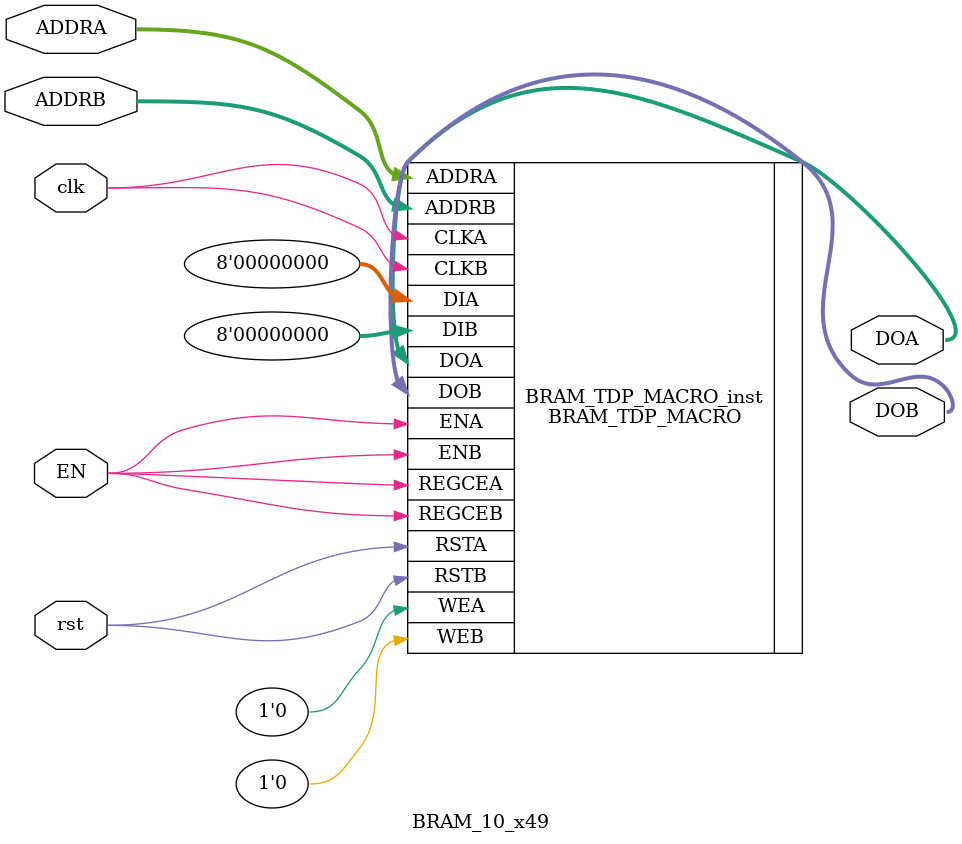
<source format=v>

module BRAM_10_x49(
    input [9:0] ADDRA,
    input [9:0] ADDRB,
    input clk,
    input rst, input EN,
    output [7:0] DOA,
    output [7:0] DOB
    );



// Spartan-6
// Xilinx HDL Libraries Guide, version 14.7
//////////////////////////////////////////////////////////////////////////
// DATA_WIDTH_A/B | BRAM_SIZE | RAM Depth | ADDRA/B Width | WEA/B Width //
// ===============|===========|===========|===============|=============//
// 19-36 | "18Kb" | 512 | 9-bit | 4-bit //
// 10-18 | "18Kb" | 1024 | 10-bit | 2-bit //
// 10-18 | "9Kb" | 512 | 9-bit | 2-bit //
// 5-9 | "18Kb" | 2048 | 11-bit | 1-bit //
// 5-9 | "9Kb" | 1024 | 10-bit | 1-bit //
// 3-4 | "18Kb" | 4096 | 12-bit | 1-bit //
// 3-4 | "9Kb" | 2048 | 11-bit | 1-bit //
// 2 | "18Kb" | 8192 | 13-bit | 1-bit //
// 2 | "9Kb" | 4096 | 12-bit | 1-bit //
// 1 | "18Kb" | 16384 | 14-bit | 1-bit //
// 1 | "9Kb" | 8192 | 12-bit | 1-bit //
//////////////////////////////////////////////////////////////////////////
BRAM_TDP_MACRO #(
	.BRAM_SIZE("9Kb"), // Target BRAM: "9Kb" or "18Kb"
	.DEVICE("SPARTAN6"), // Target device: "VIRTEX5", "VIRTEX6", "SPARTAN6"
	.DOA_REG(1), // Optional port A output register (0 or 1)
	.DOB_REG(1), // Optional port B output register (0 or 1)
	.INIT_A(36'h0123), // Initial values on port A output port
	.INIT_B(36'h3210), // Initial values on port B output port
	.INIT_FILE ("NONE"),
	.READ_WIDTH_A (8), // Valid values are 1-36
	.READ_WIDTH_B (8), // Valid values are 1-36
	.SIM_COLLISION_CHECK ("NONE"), // Collision check enable "ALL", "WARNING_ONLY",
	// "GENERATE_X_ONLY" or "NONE"
	.SRVAL_A(36'h00000000), // Set/Reset value for port A output
	.SRVAL_B(36'h00000000), // Set/Reset value for port B output
	.WRITE_MODE_A("WRITE_FIRST"), // "WRITE_FIRST", "READ_FIRST", or "NO_CHANGE"
	.WRITE_MODE_B("WRITE_FIRST"), // "WRITE_FIRST", "READ_FIRST", or "NO_CHANGE"
	.WRITE_WIDTH_A(8), // Valid values are 1-36
	.WRITE_WIDTH_B(8), // Valid values are 1-36
	
.INIT_00(256'hFB2D2700628D000040A01100EF00000028003600000000001E00000000000000),
.INIT_01(256'hF2C118DA757F17F29396F4000A00E500361E1E28000000002836000000000000),
.INIT_02(256'hC7291F00DA0D380059248C0072009D00890493002580A5009A84000000000000),
.INIT_03(256'hCEC520DACDFF2FF28A12690097007800971ABB282580A500ACB2000000000000),
.INIT_04(256'hD189A900C62900006A049F004BA40000A600B8000000000090008E0000000000),
.INIT_05(256'hF102D8DAF8BC59F29055340087C3AB009179DE2829674E008F51C00029674E00),
.INIT_06(256'h1E7E62F3469100388073F1F3EE9CA538CCCFD6CB2580A500DF4F45CB00000000),
.INIT_07(256'h3EF51329780459CA7A225AF322FB0E38FBB6B0E30CE7EB00C01E0BCB29674E00),
.INIT_08(256'h14C2C8EF8D62EFEFAF4FFEEF00EFEFEFC7EFD9EFEFEFEFEFF1EFEFEFEFEFEFEF),
.INIT_09(256'h1D2EF7359A90F81D7C791BEFE5EF0AEFD9F1F1C7EFEFEFEFC7D9EFEFEFEFEFEF),
.INIT_0A(256'h28C6F0EF35E2D7EFB6CB63EF9DEF72EF66EB7CEFCA6F4AEF756BEFEFEFEFEFEF),
.INIT_0B(256'h212ACF352210C01D65FD86EF78EF97EF78F554C7CA6F4AEF435DEFEFEFEFEFEF),
.INIT_0C(256'h3E6646EF29C6EFEF85EB70EFA44BEFEF49EF57EFEFEFEFEF7FEF61EFEFEFEFEF),
.INIT_0D(256'h1EED37351753B61D7FBADBEF682C44EF7E9631C7C688A1EF60BE2FEFC688A1EF),
.INIT_0E(256'hF1918D1CA97EEFD76F9C1E1C01734AD723203924CA6F4AEF30A0AA24EFEFEFEF),
.INIT_0F(256'hD11AFCC697EBB62595CDB51CCD14E1D714595F0CE30804EF2FF1E424C688A1EF),
.INIT_10(256'h74246000D87A0000EB5E8500A20000007700E500000000009200000000000000),
.INIT_11(256'hFB06A16C7F70A70A081028000F00AD005F28836600000000DC4E000000000000),
.INIT_12(256'h9F00AF0097FACF0003FAC900EE004C00D02466000380830036A4000000000000),
.INIT_13(256'h10226E6C30F0680AE0B464004300E100F80C00660380830078EA000000000000),
.INIT_14(256'h78E2AA001EBC0000E7984F0064C60000BD002F00000000005800CA0000000000),
.INIT_15(256'h0B70276C4506EB0AF866AE003576E10069980566FCB04C00EAFE8600FCB04C00),
.INIT_16(256'h6B3E9DF8E88576B9F7C4FBF8917FF5B95B65ED4103808300BDE58B4100000000),
.INIT_17(256'h18AC1094B33F9DB3E83A1AF8C0CF14B98FFDC727FF30CF000F1BC741FCB04C00),
.INIT_18(256'h9BCB8FEF3795EFEF04B16AEF4DEFEFEF98EF0AEFEFEFEFEF7DEFEFEFEFEFEFEF),
.INIT_19(256'h14E94E83909F48E5E7FFC7EFE0EF42EFB0C76C89EFEFEFEF33A1EFEFEFEFEFEF),
.INIT_1A(256'h70EF40EF781520EFEC1526EF01EFA3EF3FCB89EFEC6F6CEFD94BEFEFEFEFEFEF),
.INIT_1B(256'hFFCD8183DF1F87E50F5B8BEFACEF0EEF17E3EF89EC6F6CEF9705EFEFEFEFEFEF),
.INIT_1C(256'h970D45EFF153EFEF0877A0EF8B29EFEF52EFC0EFEFEFEFEFB7EF25EFEFEFEFEF),
.INIT_1D(256'hE49FC883AAE904E5178941EFDA990EEF8677EA89135FA3EF051169EF135FA3EF),
.INIT_1E(256'h84D17217076A9956182B14177E901A56B48A02AEEC6F6CEF520A64AEEFEFEFEF),
.INIT_1F(256'hF743FF7B5CD0725C07D5F5172F20FB56601228C810DF20EFE0F428AE135FA3EF),

	
	//===============================================================================
	
	.INIT_20(256'h0000000000000000000000000000000000000000000000000000000000000000),
	.INIT_21(256'h0000000000000000000000000000000000000000000000000000000000000000),
	.INIT_22(256'h0000000000000000000000000000000000000000000000000000000000000000),
	.INIT_23(256'h0000000000000000000000000000000000000000000000000000000000000000),
	.INIT_24(256'h0000000000000000000000000000000000000000000000000000000000000000),
	.INIT_25(256'h0000000000000000000000000000000000000000000000000000000000000000),
	.INIT_26(256'h0000000000000000000000000000000000000000000000000000000000000000),
	.INIT_27(256'h0000000000000000000000000000000000000000000000000000000000000000),
	.INIT_28(256'h0000000000000000000000000000000000000000000000000000000000000000),
	.INIT_29(256'h0000000000000000000000000000000000000000000000000000000000000000),
	.INIT_2A(256'h0000000000000000000000000000000000000000000000000000000000000000),
	.INIT_2B(256'h0000000000000000000000000000000000000000000000000000000000000000),
	.INIT_2C(256'h0000000000000000000000000000000000000000000000000000000000000000),
	.INIT_2D(256'h0000000000000000000000000000000000000000000000000000000000000000),
	.INIT_2E(256'h0000000000000000000000000000000000000000000000000000000000000000),
	.INIT_2F(256'h0000000000000000000000000000000000000000000000000000000000000000),
	.INIT_30(256'h0000000000000000000000000000000000000000000000000000000000000000),
	.INIT_31(256'h0000000000000000000000000000000000000000000000000000000000000000),
	.INIT_32(256'h0000000000000000000000000000000000000000000000000000000000000000),
	.INIT_33(256'h0000000000000000000000000000000000000000000000000000000000000000),
	.INIT_34(256'h0000000000000000000000000000000000000000000000000000000000000000),
	.INIT_35(256'h0000000000000000000000000000000000000000000000000000000000000000),
	.INIT_36(256'h0000000000000000000000000000000000000000000000000000000000000000),
	.INIT_37(256'h0000000000000000000000000000000000000000000000000000000000000000),
	.INIT_38(256'h0000000000000000000000000000000000000000000000000000000000000000),
	.INIT_39(256'h0000000000000000000000000000000000000000000000000000000000000000),
	.INIT_3A(256'h0000000000000000000000000000000000000000000000000000000000000000),
	.INIT_3B(256'h0000000000000000000000000000000000000000000000000000000000000000),
	.INIT_3C(256'h0000000000000000000000000000000000000000000000000000000000000000),
	.INIT_3D(256'h0000000000000000000000000000000000000000000000000000000000000000),
	.INIT_3E(256'h0000000000000000000000000000000000000000000000000000000000000000),
	.INIT_3F(256'h0000000000000000000000000000000000000000000000000000000000000000),


	// The next set of INITP_xx are for the parity bits
	.INITP_00(256'h0000000000000000000000000000000000000000000000000000000000000000),
	.INITP_01(256'h0000000000000000000000000000000000000000000000000000000000000000),
	.INITP_02(256'h0000000000000000000000000000000000000000000000000000000000000000),
	.INITP_03(256'h0000000000000000000000000000000000000000000000000000000000000000),
	// The next set of INITP_xx are for "18Kb" configuration only
	.INITP_04(256'h0000000000000000000000000000000000000000000000000000000000000000),
	.INITP_05(256'h0000000000000000000000000000000000000000000000000000000000000000),
	.INITP_06(256'h0000000000000000000000000000000000000000000000000000000000000000),
	.INITP_07(256'h0000000000000000000000000000000000000000000000000000000000000000)
) BRAM_TDP_MACRO_inst (
	.DOA(DOA), // Output port-A data, width defined by READ_WIDTH_A parameter
	.DOB(DOB), // Output port-B data, width defined by READ_WIDTH_B parameter
	.ADDRA(ADDRA), // Input port-A address, width defined by Port A depth
	.ADDRB(ADDRB), // Input port-B address, width defined by Port B depth
	.CLKA(clk), // 1-bit input port-A clock
	.CLKB(clk), // 1-bit input port-B clock
	.DIA(8'h0), // Input port-A data, width defined by WRITE_WIDTH_A parameter
	.DIB(8'h0), // Input port-B data, width defined by WRITE_WIDTH_B parameter
	.ENA(EN), // 1-bit input port-A enable
	.ENB(EN), // 1-bit input port-B enable
	.REGCEA(EN), // 1-bit input port-A output register enable
	.REGCEB(EN), // 1-bit input port-B output register enable
	.RSTA(rst), // 1-bit input port-A reset
	.RSTB(rst), // 1-bit input port-B reset
	.WEA(1'b0), // Input port-A write enable, width defined by Port A depth
	.WEB(1'b0) // Input port-B write enable, width defined by Port B depth
);
// End of BRAM_TDP_MACRO_inst instantiation
endmodule

</source>
